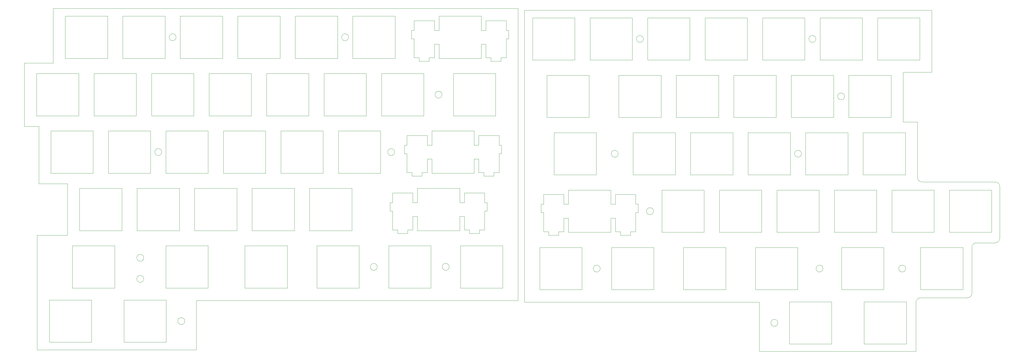
<source format=gbr>
%TF.GenerationSoftware,KiCad,Pcbnew,8.0.7*%
%TF.CreationDate,2025-05-09T13:48:15+02:00*%
%TF.ProjectId,complete_plate_6,636f6d70-6c65-4746-955f-706c6174655f,rev?*%
%TF.SameCoordinates,Original*%
%TF.FileFunction,Profile,NP*%
%FSLAX46Y46*%
G04 Gerber Fmt 4.6, Leading zero omitted, Abs format (unit mm)*
G04 Created by KiCad (PCBNEW 8.0.7) date 2025-05-09 13:48:15*
%MOMM*%
%LPD*%
G01*
G04 APERTURE LIST*
%TA.AperFunction,Profile*%
%ADD10C,0.000000*%
%TD*%
G04 APERTURE END LIST*
D10*
X49965000Y-129578600D02*
X49965000Y-167605050D01*
X60028000Y-129578600D02*
X49965000Y-129578600D01*
X60028000Y-112531300D02*
X60028000Y-129578600D01*
X50503000Y-112531300D02*
X60028000Y-112531300D01*
X50503000Y-93481300D02*
X50503000Y-112531300D01*
X45740000Y-93481300D02*
X50503000Y-93481300D01*
X45740000Y-72430000D02*
X45740000Y-93481300D01*
X55265000Y-72430000D02*
X45740000Y-72430000D01*
X55265000Y-54381756D02*
X55265000Y-72430000D01*
X209293000Y-54381756D02*
X55265000Y-54381756D01*
X209293000Y-151311165D02*
X209293000Y-54381756D01*
X102715000Y-151311165D02*
X209293000Y-151311165D01*
X102715000Y-167605050D02*
X102715000Y-151311165D01*
X49965000Y-167605050D02*
X102715000Y-167605050D01*
X67965000Y-151105050D02*
X67965000Y-165105050D01*
X53965000Y-151105050D02*
X67965000Y-151105050D01*
X53965000Y-165105050D02*
X53965000Y-151105050D01*
X67965000Y-165105050D02*
X53965000Y-165105050D01*
X92715000Y-151105050D02*
X92715000Y-165105050D01*
X78715000Y-151105050D02*
X92715000Y-151105050D01*
X78715000Y-165105050D02*
X78715000Y-151105050D01*
X92715000Y-165105050D02*
X78715000Y-165105050D01*
X180709000Y-99706500D02*
X180709000Y-95006000D01*
X179184000Y-99706500D02*
X180709000Y-99706500D01*
X179184000Y-96476400D02*
X179184000Y-99706500D01*
X172434000Y-96476400D02*
X179184000Y-96476400D01*
X172434000Y-99706500D02*
X172434000Y-96476400D01*
X171608000Y-99706500D02*
X172434000Y-99706500D01*
X171608000Y-102505400D02*
X171608000Y-99706500D01*
X172434000Y-102505400D02*
X171608000Y-102505400D01*
X172434000Y-108775300D02*
X172434000Y-102505400D01*
X174159000Y-108775300D02*
X172434000Y-108775300D01*
X174159000Y-109975500D02*
X174159000Y-108775300D01*
X177458000Y-109975500D02*
X174159000Y-109975500D01*
X177458000Y-108775300D02*
X177458000Y-109975500D01*
X179184000Y-108775300D02*
X177458000Y-108775300D01*
X179184000Y-104306300D02*
X179184000Y-108775300D01*
X180709000Y-104306300D02*
X179184000Y-104306300D01*
X180709000Y-109005300D02*
X180709000Y-104306300D01*
X194708000Y-109005300D02*
X180709000Y-109005300D01*
X194708000Y-104306300D02*
X194708000Y-109005300D01*
X196233000Y-104306300D02*
X194708000Y-104306300D01*
X196233000Y-108775300D02*
X196233000Y-104306300D01*
X197958000Y-108775300D02*
X196233000Y-108775300D01*
X197958000Y-109975500D02*
X197958000Y-108775300D01*
X201260000Y-109975500D02*
X197958000Y-109975500D01*
X201260000Y-108775300D02*
X201260000Y-109975500D01*
X202985000Y-108775300D02*
X201260000Y-108775300D01*
X202985000Y-102505400D02*
X202985000Y-108775300D01*
X203810000Y-102505400D02*
X202985000Y-102505400D01*
X203810000Y-99706500D02*
X203810000Y-102505400D01*
X202985000Y-99706500D02*
X203810000Y-99706500D01*
X202985000Y-96476400D02*
X202985000Y-99706500D01*
X196233000Y-96476400D02*
X202985000Y-96476400D01*
X196233000Y-99706500D02*
X196233000Y-96476400D01*
X194708000Y-99706500D02*
X196233000Y-99706500D01*
X194708000Y-95006000D02*
X194708000Y-99706500D01*
X180709000Y-95006000D02*
X194708000Y-95006000D01*
X120890000Y-75956000D02*
X120890000Y-89955300D01*
X106890000Y-75956000D02*
X120890000Y-75956000D01*
X106890000Y-89955300D02*
X106890000Y-75956000D01*
X120890000Y-89955300D02*
X106890000Y-89955300D01*
X101840000Y-75956000D02*
X101840000Y-89955300D01*
X87840000Y-75956000D02*
X101840000Y-75956000D01*
X87840000Y-89955300D02*
X87840000Y-75956000D01*
X101840000Y-89955300D02*
X87840000Y-89955300D01*
X158990000Y-75956000D02*
X158990000Y-89955300D01*
X144990000Y-75956000D02*
X158990000Y-75956000D01*
X144990000Y-89955300D02*
X144990000Y-75956000D01*
X158990000Y-89955300D02*
X144990000Y-89955300D01*
X125652000Y-95006000D02*
X125652000Y-109005300D01*
X111653000Y-95006000D02*
X125652000Y-95006000D01*
X111653000Y-109005300D02*
X111653000Y-95006000D01*
X125652000Y-109005300D02*
X111653000Y-109005300D01*
X111365000Y-56906100D02*
X111365000Y-70905300D01*
X97365000Y-56906100D02*
X111365000Y-56906100D01*
X97365000Y-70905300D02*
X97365000Y-56906100D01*
X111365000Y-70905300D02*
X97365000Y-70905300D01*
X75646000Y-133104600D02*
X75646000Y-147105500D01*
X61645000Y-133104600D02*
X75646000Y-133104600D01*
X61645000Y-147105500D02*
X61645000Y-133104600D01*
X75646000Y-147105500D02*
X61645000Y-147105500D01*
X73265000Y-56906100D02*
X73265000Y-70905300D01*
X59265000Y-56906100D02*
X73265000Y-56906100D01*
X59265000Y-70905300D02*
X59265000Y-56906100D01*
X73265000Y-70905300D02*
X59265000Y-70905300D01*
X204234000Y-133104600D02*
X204234000Y-147105500D01*
X190234000Y-133104600D02*
X204234000Y-133104600D01*
X190234000Y-147105500D02*
X190234000Y-133104600D01*
X204234000Y-147105500D02*
X190234000Y-147105500D01*
X183090000Y-61606100D02*
X183090000Y-56906100D01*
X181565000Y-61606100D02*
X183090000Y-61606100D01*
X181565000Y-58376100D02*
X181565000Y-61606100D01*
X174815000Y-58376100D02*
X181565000Y-58376100D01*
X174815000Y-61606100D02*
X174815000Y-58376100D01*
X173990000Y-61606100D02*
X174815000Y-61606100D01*
X173990000Y-64405100D02*
X173990000Y-61606100D01*
X174815000Y-64405100D02*
X173990000Y-64405100D01*
X174815000Y-70675300D02*
X174815000Y-64405100D01*
X176539000Y-70675300D02*
X174815000Y-70675300D01*
X176539000Y-71875500D02*
X176539000Y-70675300D01*
X179839000Y-71875500D02*
X176539000Y-71875500D01*
X179839000Y-70675300D02*
X179839000Y-71875500D01*
X181565000Y-70675300D02*
X179839000Y-70675300D01*
X181565000Y-66206100D02*
X181565000Y-70675300D01*
X183090000Y-66206100D02*
X181565000Y-66206100D01*
X183090000Y-70905300D02*
X183090000Y-66206100D01*
X197090000Y-70905300D02*
X183090000Y-70905300D01*
X197090000Y-66206100D02*
X197090000Y-70905300D01*
X198614000Y-66206100D02*
X197090000Y-66206100D01*
X198614000Y-70675300D02*
X198614000Y-66206100D01*
X200339000Y-70675300D02*
X198614000Y-70675300D01*
X200339000Y-71875500D02*
X200339000Y-70675300D01*
X203641000Y-71875500D02*
X200339000Y-71875500D01*
X203641000Y-70675300D02*
X203641000Y-71875500D01*
X205366000Y-70675300D02*
X203641000Y-70675300D01*
X205366000Y-64405100D02*
X205366000Y-70675300D01*
X206188000Y-64405100D02*
X205366000Y-64405100D01*
X206188000Y-61606100D02*
X206188000Y-64405100D01*
X205366000Y-61606100D02*
X206188000Y-61606100D01*
X205366000Y-58376100D02*
X205366000Y-61606100D01*
X198614000Y-58376100D02*
X205366000Y-58376100D01*
X198614000Y-61606100D02*
X198614000Y-58376100D01*
X197090000Y-61606100D02*
X198614000Y-61606100D01*
X197090000Y-56906100D02*
X197090000Y-61606100D01*
X183090000Y-56906100D02*
X197090000Y-56906100D01*
X130415000Y-56906100D02*
X130415000Y-70905300D01*
X116415000Y-56906100D02*
X130415000Y-56906100D01*
X116415000Y-70905300D02*
X116415000Y-56906100D01*
X130415000Y-70905300D02*
X116415000Y-70905300D01*
X168402500Y-102005650D02*
G75*
G02*
X166102500Y-102005650I-1150000J0D01*
G01*
X166102500Y-102005650D02*
G75*
G02*
X168402500Y-102005650I1150000J0D01*
G01*
X91227500Y-102005650D02*
G75*
G02*
X88927500Y-102005650I-1150000J0D01*
G01*
X88927500Y-102005650D02*
G75*
G02*
X91227500Y-102005650I1150000J0D01*
G01*
X162664000Y-140105050D02*
G75*
G02*
X160364000Y-140105050I-1150000J0D01*
G01*
X160364000Y-140105050D02*
G75*
G02*
X162664000Y-140105050I1150000J0D01*
G01*
X85274500Y-137105050D02*
G75*
G02*
X82974500Y-137105050I-1150000J0D01*
G01*
X82974500Y-137105050D02*
G75*
G02*
X85274500Y-137105050I1150000J0D01*
G01*
X186477500Y-140105050D02*
G75*
G02*
X184177500Y-140105050I-1150000J0D01*
G01*
X184177500Y-140105050D02*
G75*
G02*
X186477500Y-140105050I1150000J0D01*
G01*
X95990000Y-63905700D02*
G75*
G02*
X93690000Y-63905700I-1150000J0D01*
G01*
X93690000Y-63905700D02*
G75*
G02*
X95990000Y-63905700I1150000J0D01*
G01*
X178040000Y-75956000D02*
X178040000Y-89955300D01*
X164040000Y-75956000D02*
X178040000Y-75956000D01*
X164040000Y-89955300D02*
X164040000Y-75956000D01*
X178040000Y-89955300D02*
X164040000Y-89955300D01*
X92315000Y-56906100D02*
X92315000Y-70905300D01*
X78315000Y-56906100D02*
X92315000Y-56906100D01*
X78315000Y-70905300D02*
X78315000Y-56906100D01*
X92315000Y-70905300D02*
X78315000Y-70905300D01*
X98865000Y-158105050D02*
G75*
G02*
X96565000Y-158105050I-1150000J0D01*
G01*
X96565000Y-158105050D02*
G75*
G02*
X98865000Y-158105050I1150000J0D01*
G01*
X85274500Y-144105050D02*
G75*
G02*
X82974500Y-144105050I-1150000J0D01*
G01*
X82974500Y-144105050D02*
G75*
G02*
X85274500Y-144105050I1150000J0D01*
G01*
X184096500Y-82955650D02*
G75*
G02*
X181796500Y-82955650I-1150000J0D01*
G01*
X181796500Y-82955650D02*
G75*
G02*
X184096500Y-82955650I1150000J0D01*
G01*
X153140000Y-63905700D02*
G75*
G02*
X150840000Y-63905700I-1150000J0D01*
G01*
X150840000Y-63905700D02*
G75*
G02*
X153140000Y-63905700I1150000J0D01*
G01*
X201852000Y-75956000D02*
X201852000Y-89955300D01*
X187853000Y-75956000D02*
X201852000Y-75956000D01*
X187853000Y-89955300D02*
X187853000Y-75956000D01*
X201852000Y-89955300D02*
X187853000Y-89955300D01*
X82790000Y-75956000D02*
X82790000Y-89955300D01*
X68790000Y-75956000D02*
X82790000Y-75956000D01*
X68790000Y-89955300D02*
X68790000Y-75956000D01*
X82790000Y-89955300D02*
X68790000Y-89955300D01*
X175945000Y-118756500D02*
X175945000Y-114056000D01*
X174421000Y-118756500D02*
X175945000Y-118756500D01*
X174421000Y-115526400D02*
X174421000Y-118756500D01*
X167670000Y-115526400D02*
X174421000Y-115526400D01*
X167670000Y-118756500D02*
X167670000Y-115526400D01*
X166846000Y-118756500D02*
X167670000Y-118756500D01*
X166846000Y-121555400D02*
X166846000Y-118756500D01*
X167670000Y-121555400D02*
X166846000Y-121555400D01*
X167670000Y-127825300D02*
X167670000Y-121555400D01*
X169395000Y-127825300D02*
X167670000Y-127825300D01*
X169395000Y-129025500D02*
X169395000Y-127825300D01*
X172696000Y-129025500D02*
X169395000Y-129025500D01*
X172696000Y-127825300D02*
X172696000Y-129025500D01*
X174421000Y-127825300D02*
X172696000Y-127825300D01*
X174421000Y-123354900D02*
X174421000Y-127825300D01*
X175945000Y-123354900D02*
X174421000Y-123354900D01*
X175945000Y-128055300D02*
X175945000Y-123354900D01*
X189946000Y-128055300D02*
X175945000Y-128055300D01*
X189946000Y-123354900D02*
X189946000Y-128055300D01*
X191470000Y-123354900D02*
X189946000Y-123354900D01*
X191470000Y-127825300D02*
X191470000Y-123354900D01*
X193195000Y-127825300D02*
X191470000Y-127825300D01*
X193195000Y-129025500D02*
X193195000Y-127825300D01*
X196497000Y-129025500D02*
X193195000Y-129025500D01*
X196497000Y-127825300D02*
X196497000Y-129025500D01*
X198222000Y-127825300D02*
X196497000Y-127825300D01*
X198222000Y-121555400D02*
X198222000Y-127825300D01*
X199044000Y-121555400D02*
X198222000Y-121555400D01*
X199044000Y-118756500D02*
X199044000Y-121555400D01*
X198222000Y-118756500D02*
X199044000Y-118756500D01*
X198222000Y-115526400D02*
X198222000Y-118756500D01*
X191470000Y-115526400D02*
X198222000Y-115526400D01*
X191470000Y-118756500D02*
X191470000Y-115526400D01*
X189946000Y-118756500D02*
X191470000Y-118756500D01*
X189946000Y-114056000D02*
X189946000Y-118756500D01*
X175945000Y-114056000D02*
X189946000Y-114056000D01*
X156608000Y-133104600D02*
X156608000Y-147105500D01*
X142609000Y-133104600D02*
X156608000Y-133104600D01*
X142609000Y-147105500D02*
X142609000Y-133104600D01*
X156608000Y-147105500D02*
X142609000Y-147105500D01*
X144702000Y-95006000D02*
X144702000Y-109005300D01*
X130703000Y-95006000D02*
X144702000Y-95006000D01*
X130703000Y-109005300D02*
X130703000Y-95006000D01*
X144702000Y-109005300D02*
X130703000Y-109005300D01*
X106602000Y-133104600D02*
X106602000Y-147105500D01*
X92603000Y-133104600D02*
X106602000Y-133104600D01*
X92603000Y-147105500D02*
X92603000Y-133104600D01*
X106602000Y-147105500D02*
X92603000Y-147105500D01*
X132796000Y-133104600D02*
X132796000Y-147105500D01*
X118795000Y-133104600D02*
X132796000Y-133104600D01*
X118795000Y-147105500D02*
X118795000Y-133104600D01*
X132796000Y-147105500D02*
X118795000Y-147105500D01*
X106602000Y-95006000D02*
X106602000Y-109005300D01*
X92603000Y-95006000D02*
X106602000Y-95006000D01*
X92603000Y-109005300D02*
X92603000Y-95006000D01*
X106602000Y-109005300D02*
X92603000Y-109005300D01*
X87552000Y-95006000D02*
X87552000Y-109005300D01*
X73553000Y-95006000D02*
X87552000Y-95006000D01*
X73553000Y-109005300D02*
X73553000Y-95006000D01*
X87552000Y-109005300D02*
X73553000Y-109005300D01*
X63740000Y-75956000D02*
X63740000Y-89955300D01*
X49740000Y-75956000D02*
X63740000Y-75956000D01*
X49740000Y-89955300D02*
X49740000Y-75956000D01*
X63740000Y-89955300D02*
X49740000Y-89955300D01*
X68502000Y-95006000D02*
X68502000Y-109005300D01*
X54503000Y-95006000D02*
X68502000Y-95006000D01*
X54503000Y-109005300D02*
X54503000Y-95006000D01*
X68502000Y-109005300D02*
X54503000Y-109005300D01*
X116127000Y-114056000D02*
X116127000Y-128055300D01*
X102128000Y-114056000D02*
X116127000Y-114056000D01*
X102128000Y-128055300D02*
X102128000Y-114056000D01*
X116127000Y-128055300D02*
X102128000Y-128055300D01*
X78027000Y-114056000D02*
X78027000Y-128055300D01*
X64028000Y-114056000D02*
X78027000Y-114056000D01*
X64028000Y-128055300D02*
X64028000Y-114056000D01*
X78027000Y-128055300D02*
X64028000Y-128055300D01*
X97077000Y-114056000D02*
X97077000Y-128055300D01*
X83078000Y-114056000D02*
X97077000Y-114056000D01*
X83078000Y-128055300D02*
X83078000Y-114056000D01*
X97077000Y-128055300D02*
X83078000Y-128055300D01*
X180421000Y-133104600D02*
X180421000Y-147105500D01*
X166420000Y-133104600D02*
X180421000Y-133104600D01*
X166420000Y-147105500D02*
X166420000Y-133104600D01*
X180421000Y-147105500D02*
X166420000Y-147105500D01*
X154227000Y-114056000D02*
X154227000Y-128055300D01*
X140228000Y-114056000D02*
X154227000Y-114056000D01*
X140228000Y-128055300D02*
X140228000Y-114056000D01*
X154227000Y-128055300D02*
X140228000Y-128055300D01*
X135177000Y-114056000D02*
X135177000Y-128055300D01*
X121178000Y-114056000D02*
X135177000Y-114056000D01*
X121178000Y-128055300D02*
X121178000Y-114056000D01*
X135177000Y-128055300D02*
X121178000Y-128055300D01*
X168515000Y-56906100D02*
X168515000Y-70905300D01*
X154515000Y-56906100D02*
X168515000Y-56906100D01*
X154515000Y-70905300D02*
X154515000Y-56906100D01*
X168515000Y-70905300D02*
X154515000Y-70905300D01*
X139940000Y-75956000D02*
X139940000Y-89955300D01*
X125940000Y-75956000D02*
X139940000Y-75956000D01*
X125940000Y-89955300D02*
X125940000Y-75956000D01*
X139940000Y-89955300D02*
X125940000Y-89955300D01*
X149465000Y-56906100D02*
X149465000Y-70905300D01*
X135465000Y-56906100D02*
X149465000Y-56906100D01*
X135465000Y-70905300D02*
X135465000Y-56906100D01*
X149465000Y-70905300D02*
X135465000Y-70905300D01*
X163752000Y-95006000D02*
X163752000Y-109005300D01*
X149753000Y-95006000D02*
X163752000Y-95006000D01*
X149753000Y-109005300D02*
X149753000Y-95006000D01*
X163752000Y-109005300D02*
X149753000Y-109005300D01*
X250804700Y-64475600D02*
G75*
G02*
X248504700Y-64475600I-1150000J0D01*
G01*
X248504700Y-64475600D02*
G75*
G02*
X250804700Y-64475600I1150000J0D01*
G01*
X307954000Y-64475600D02*
G75*
G02*
X305654000Y-64475600I-1150000J0D01*
G01*
X305654000Y-64475600D02*
G75*
G02*
X307954000Y-64475600I1150000J0D01*
G01*
X236516284Y-140675552D02*
G75*
G02*
X234216284Y-140675552I-1150000J0D01*
G01*
X234216284Y-140675552D02*
G75*
G02*
X236516284Y-140675552I1150000J0D01*
G01*
X317479850Y-83525550D02*
G75*
G02*
X315179850Y-83525550I-1150000J0D01*
G01*
X315179850Y-83525550D02*
G75*
G02*
X317479850Y-83525550I1150000J0D01*
G01*
X295355350Y-158675561D02*
G75*
G02*
X293055350Y-158675561I-1150000J0D01*
G01*
X293055350Y-158675561D02*
G75*
G02*
X295355350Y-158675561I1150000J0D01*
G01*
X304279350Y-57476000D02*
X304279350Y-71475200D01*
X290280050Y-57476000D02*
X304279350Y-57476000D01*
X290280050Y-71475200D02*
X290280050Y-57476000D01*
X304279350Y-71475200D02*
X290280050Y-71475200D01*
X225986250Y-119326400D02*
X225986250Y-114625900D01*
X224460750Y-119326400D02*
X225986250Y-119326400D01*
X224460750Y-116096300D02*
X224460750Y-119326400D01*
X217711150Y-116096300D02*
X224460750Y-116096300D01*
X217711150Y-119326400D02*
X217711150Y-116096300D01*
X216885680Y-119326400D02*
X217711150Y-119326400D01*
X216885680Y-122125300D02*
X216885680Y-119326400D01*
X217711150Y-122125300D02*
X216885680Y-122125300D01*
X217711150Y-128395200D02*
X217711150Y-122125300D01*
X219436440Y-128395200D02*
X217711150Y-128395200D01*
X219436440Y-129595400D02*
X219436440Y-128395200D01*
X222735450Y-129595400D02*
X219436440Y-129595400D01*
X222735450Y-128395200D02*
X222735450Y-129595400D01*
X224460750Y-128395200D02*
X222735450Y-128395200D01*
X224460750Y-123924800D02*
X224460750Y-128395200D01*
X225986250Y-123924800D02*
X224460750Y-123924800D01*
X225986250Y-128625200D02*
X225986250Y-123924800D01*
X239985750Y-128625200D02*
X225986250Y-128625200D01*
X239985750Y-123924800D02*
X239985750Y-128625200D01*
X241511250Y-123924800D02*
X239985750Y-123924800D01*
X241511250Y-128395200D02*
X241511250Y-123924800D01*
X243235150Y-128395200D02*
X241511250Y-128395200D01*
X243235150Y-129595400D02*
X243235150Y-128395200D01*
X246535550Y-129595400D02*
X243235150Y-129595400D01*
X246535550Y-128395200D02*
X246535550Y-129595400D01*
X248260750Y-128395200D02*
X246535550Y-128395200D01*
X248260750Y-122125300D02*
X248260750Y-128395200D01*
X249086250Y-122125300D02*
X248260750Y-122125300D01*
X249086250Y-119326400D02*
X249086250Y-122125300D01*
X248260750Y-119326400D02*
X249086250Y-119326400D01*
X248260750Y-116096300D02*
X248260750Y-119326400D01*
X241511250Y-116096300D02*
X248260750Y-116096300D01*
X241511250Y-119326400D02*
X241511250Y-116096300D01*
X239985750Y-119326400D02*
X241511250Y-119326400D01*
X239985750Y-114625900D02*
X239985750Y-119326400D01*
X225986250Y-114625900D02*
X239985750Y-114625900D01*
X242470400Y-102575550D02*
G75*
G02*
X240170400Y-102575550I-1150000J0D01*
G01*
X240170400Y-102575550D02*
G75*
G02*
X242470400Y-102575550I1150000J0D01*
G01*
X254164400Y-121625550D02*
G75*
G02*
X251864400Y-121625550I-1150000J0D01*
G01*
X251864400Y-121625550D02*
G75*
G02*
X254164400Y-121625550I1150000J0D01*
G01*
X303192200Y-102575550D02*
G75*
G02*
X300892200Y-102575550I-1150000J0D01*
G01*
X300892200Y-102575550D02*
G75*
G02*
X303192200Y-102575550I1150000J0D01*
G01*
X310335000Y-140675561D02*
G75*
G02*
X308035000Y-140675561I-1150000J0D01*
G01*
X308035000Y-140675561D02*
G75*
G02*
X310335000Y-140675561I1150000J0D01*
G01*
X352190790Y-114626600D02*
X366190090Y-114628542D01*
X352188848Y-128625900D02*
X352190790Y-114626600D01*
X366188148Y-128627842D02*
X352188848Y-128625900D01*
X366190090Y-114628542D02*
X366188148Y-128627842D01*
X356666550Y-133675561D02*
X356666550Y-147675561D01*
X342666550Y-133675561D02*
X356666550Y-133675561D01*
X342666550Y-147675561D02*
X342666550Y-133675561D01*
X356666550Y-147675561D02*
X342666550Y-147675561D01*
X337719550Y-140675561D02*
G75*
G02*
X335419550Y-140675561I-1150000J0D01*
G01*
X335419550Y-140675561D02*
G75*
G02*
X337719550Y-140675561I1150000J0D01*
G01*
X313804350Y-76525900D02*
X313804350Y-90525200D01*
X299805050Y-76525900D02*
X313804350Y-76525900D01*
X299805050Y-90525200D02*
X299805050Y-76525900D01*
X313804350Y-90525200D02*
X299805050Y-90525200D01*
X285229350Y-57476000D02*
X285229350Y-71475200D01*
X271230050Y-57476000D02*
X285229350Y-57476000D01*
X271230050Y-71475200D02*
X271230050Y-57476000D01*
X285229350Y-71475200D02*
X271230050Y-71475200D01*
X247129350Y-57476000D02*
X247129350Y-71475200D01*
X233130050Y-57476000D02*
X247129350Y-57476000D01*
X233130050Y-71475200D02*
X233130050Y-57476000D01*
X247129350Y-71475200D02*
X233130050Y-71475200D01*
X254272369Y-133675552D02*
X254272369Y-147675552D01*
X240272369Y-133675552D02*
X254272369Y-133675552D01*
X240272369Y-147675552D02*
X240272369Y-133675552D01*
X254272369Y-147675552D02*
X240272369Y-147675552D01*
X289991850Y-114625900D02*
X289991850Y-128625200D01*
X275992550Y-114625900D02*
X289991850Y-114625900D01*
X275992550Y-128625200D02*
X275992550Y-114625900D01*
X289991850Y-128625200D02*
X275992550Y-128625200D01*
X230460199Y-133675552D02*
X230460199Y-147675552D01*
X216460199Y-133675552D02*
X230460199Y-133675552D01*
X216460199Y-147675552D02*
X216460199Y-133675552D01*
X230460199Y-147675552D02*
X216460199Y-147675552D01*
X330472550Y-133675561D02*
X330472550Y-147675561D01*
X316472550Y-133675561D02*
X330472550Y-133675561D01*
X316472550Y-147675561D02*
X316472550Y-133675561D01*
X330472550Y-147675561D02*
X316472550Y-147675561D01*
X301897450Y-133675561D02*
X301897450Y-147675561D01*
X287897450Y-133675561D02*
X301897450Y-133675561D01*
X287897450Y-147675561D02*
X287897450Y-133675561D01*
X301897450Y-147675561D02*
X287897450Y-147675561D01*
X323329350Y-57476000D02*
X323329350Y-71475200D01*
X309328650Y-57476000D02*
X323329350Y-57476000D01*
X309328650Y-71475200D02*
X309328650Y-57476000D01*
X323329350Y-71475200D02*
X309328650Y-71475200D01*
X266179350Y-57476000D02*
X266179350Y-71475200D01*
X252180050Y-57476000D02*
X266179350Y-57476000D01*
X252180050Y-71475200D02*
X252180050Y-57476000D01*
X266179350Y-71475200D02*
X252180050Y-71475200D01*
X228079550Y-57476000D02*
X228079550Y-71475200D01*
X214080000Y-57476000D02*
X228079550Y-57476000D01*
X214080000Y-71475200D02*
X214080000Y-57476000D01*
X228079550Y-71475200D02*
X214080000Y-71475200D01*
X278086442Y-133675552D02*
X278086442Y-147675561D01*
X264086442Y-133675552D02*
X278086442Y-133675552D01*
X264086442Y-147675552D02*
X264086442Y-133675552D01*
X278086442Y-147675561D02*
X264086442Y-147675552D01*
X337617350Y-95575900D02*
X337617350Y-109575200D01*
X323617350Y-95575900D02*
X337617350Y-95575900D01*
X323617350Y-109575200D02*
X323617350Y-95575900D01*
X337617350Y-109575200D02*
X323617350Y-109575200D01*
X299516850Y-95575900D02*
X299516850Y-109575200D01*
X285517550Y-95575900D02*
X299516850Y-95575900D01*
X285517550Y-109575200D02*
X285517550Y-95575900D01*
X299516850Y-109575200D02*
X285517550Y-109575200D01*
X328092350Y-114625900D02*
X328092350Y-128625200D01*
X314092350Y-114625900D02*
X328092350Y-114625900D01*
X314092350Y-128625200D02*
X314092350Y-114625900D01*
X328092350Y-128625200D02*
X314092350Y-128625200D01*
X280466850Y-95575900D02*
X280466850Y-109575200D01*
X266467550Y-95575900D02*
X280466850Y-95575900D01*
X266467550Y-109575200D02*
X266467550Y-95575900D01*
X280466850Y-109575200D02*
X266467550Y-109575200D01*
X261416850Y-95575900D02*
X261416850Y-109575200D01*
X247417550Y-95575900D02*
X261416850Y-95575900D01*
X247417550Y-109575200D02*
X247417550Y-95575900D01*
X261416850Y-109575200D02*
X247417550Y-109575200D01*
X275704350Y-76525900D02*
X275704350Y-90525200D01*
X261705050Y-76525900D02*
X275704350Y-76525900D01*
X261705050Y-90525200D02*
X261705050Y-76525900D01*
X275704350Y-90525200D02*
X261705050Y-90525200D01*
X256654350Y-76525900D02*
X256654350Y-90525200D01*
X242655050Y-76525900D02*
X256654350Y-76525900D01*
X242655050Y-90525200D02*
X242655050Y-76525900D01*
X256654350Y-90525200D02*
X242655050Y-90525200D01*
X347142350Y-114625900D02*
X347142350Y-128625200D01*
X333142350Y-114625900D02*
X347142350Y-114625900D01*
X333142350Y-128625200D02*
X333142350Y-114625900D01*
X347142350Y-128625200D02*
X333142350Y-128625200D01*
X309041850Y-114625900D02*
X309041850Y-128625200D01*
X295042550Y-114625900D02*
X309041850Y-114625900D01*
X295042550Y-128625200D02*
X295042550Y-114625900D01*
X309041850Y-128625200D02*
X295042550Y-128625200D01*
X318567350Y-95575900D02*
X318567350Y-109575200D01*
X304567550Y-95575900D02*
X318567350Y-95575900D01*
X304567550Y-109575200D02*
X304567550Y-95575900D01*
X318567350Y-109575200D02*
X304567550Y-109575200D01*
X342379350Y-57476000D02*
X342379350Y-71475200D01*
X328378350Y-57476000D02*
X342379350Y-57476000D01*
X328378350Y-71475200D02*
X328378350Y-57476000D01*
X342379350Y-71475200D02*
X328378350Y-71475200D01*
X332854350Y-76525900D02*
X332854350Y-90525200D01*
X318855350Y-76525900D02*
X332854350Y-76525900D01*
X318855350Y-90525200D02*
X318855350Y-76525900D01*
X332854350Y-90525200D02*
X318855350Y-90525200D01*
X313205350Y-151675561D02*
X313205350Y-165675561D01*
X299205350Y-151675561D02*
X313205350Y-151675561D01*
X299205350Y-165675561D02*
X299205350Y-151675561D01*
X313205350Y-165675561D02*
X299205350Y-165675561D01*
X337955350Y-151675561D02*
X337955350Y-165675561D01*
X323955350Y-151675561D02*
X337955350Y-151675561D01*
X323955350Y-165675561D02*
X323955350Y-151675561D01*
X337955350Y-165675561D02*
X323955350Y-165675561D01*
X235223250Y-95575900D02*
X235223250Y-109575200D01*
X221222380Y-95575900D02*
X235223250Y-95575900D01*
X221222380Y-109575200D02*
X221222380Y-95575900D01*
X235223250Y-109575200D02*
X221222380Y-109575200D01*
X294754350Y-76525900D02*
X294754350Y-90525200D01*
X280755050Y-76525900D02*
X294754350Y-76525900D01*
X280755050Y-90525200D02*
X280755050Y-76525900D01*
X294754350Y-90525200D02*
X280755050Y-90525200D01*
X270941850Y-114625900D02*
X270941850Y-128625200D01*
X256942550Y-114625900D02*
X270941850Y-114625900D01*
X256942550Y-128625200D02*
X256942550Y-114625900D01*
X270941850Y-128625200D02*
X256942550Y-128625200D01*
X232842050Y-76525900D02*
X232842050Y-90525200D01*
X218842510Y-76525900D02*
X232842050Y-76525900D01*
X218842510Y-90525200D02*
X218842510Y-76525900D01*
X232842050Y-90525200D02*
X218842510Y-90525200D01*
X343117348Y-111925900D02*
G75*
G02*
X341617398Y-110425900I0J1499950D01*
G01*
X367388848Y-111925900D02*
X343117348Y-111925900D01*
X367388848Y-111925900D02*
G75*
G02*
X368888848Y-113425900I0J-1500000D01*
G01*
X368888848Y-130622050D02*
X368888848Y-113425900D01*
X368888848Y-130622050D02*
G75*
G02*
X367388848Y-132122050I-1500000J0D01*
G01*
X361166548Y-132122050D02*
X367388848Y-132122050D01*
X359666550Y-133622050D02*
G75*
G02*
X361166548Y-132122052I1499998J0D01*
G01*
X359666550Y-148875220D02*
X359666550Y-133622050D01*
X359666550Y-148875220D02*
G75*
G02*
X358166468Y-150375302I-1500082J0D01*
G01*
X342643438Y-150375300D02*
X358166468Y-150375300D01*
X341143350Y-151875390D02*
G75*
G02*
X342643438Y-150375302I1500088J0D01*
G01*
X341143350Y-168174950D02*
X341143350Y-151875390D01*
X289205350Y-168174950D02*
X341143350Y-168174950D01*
X289205350Y-151798495D02*
X289205350Y-168174950D01*
X211380000Y-151798495D02*
X289205350Y-151798495D01*
X211380000Y-54950000D02*
X211380000Y-151798495D01*
X346379350Y-54950000D02*
X211380000Y-54950000D01*
X346379350Y-75475200D02*
X346379350Y-54950000D01*
X336854350Y-75475200D02*
X346379350Y-75475200D01*
X336854350Y-92049900D02*
X336854350Y-75475200D01*
X341617350Y-92049900D02*
X336854350Y-92049900D01*
X341617350Y-110425900D02*
X341617350Y-92049900D01*
M02*

</source>
